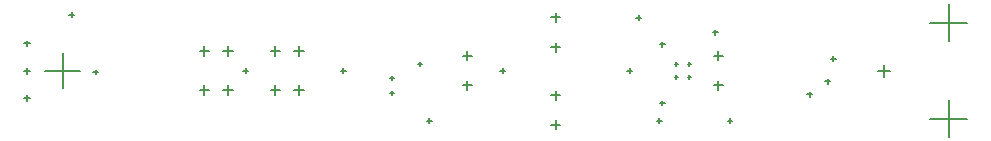
<source format=gbr>
%FSTAX23Y23*%
%MOMM*%
%SFA1B1*%

%IPPOS*%
%ADD56C,0.127000*%
%LNmicamp_drillmap_1-1*%
%LPD*%
G54D56*
X23599Y09649D02*
X24399D01*
X23999Y09249D02*
Y10049D01*
X21599Y09649D02*
X22399D01*
X21999Y09249D02*
Y10049D01*
X17599Y09649D02*
X18399D01*
X17999Y09249D02*
Y10049D01*
X15599Y09649D02*
X16399D01*
X15999Y09249D02*
Y10049D01*
X15599Y0635D02*
X16399D01*
X15999Y05949D02*
Y06749D01*
X17599Y0635D02*
X18399D01*
X17999Y05949D02*
Y06749D01*
X21599Y0635D02*
X22399D01*
X21999Y05949D02*
Y06749D01*
X23599Y0635D02*
X24399D01*
X23999Y05949D02*
Y06749D01*
X00749Y05699D02*
X01249D01*
X00999Y05449D02*
Y05949D01*
X00749Y07999D02*
X01249D01*
X00999Y07749D02*
Y08249D01*
X00749Y10299D02*
X01249D01*
X00999Y10049D02*
Y10549D01*
X77449Y03939D02*
X80549D01*
X78999Y02389D02*
Y05489D01*
X77449Y12059D02*
X80549D01*
X78999Y10509D02*
Y13609D01*
X72999Y07999D02*
X73999D01*
X73499Y07499D02*
Y08499D01*
X37868Y06749D02*
X3863D01*
X38249Y06368D02*
Y0713D01*
X37868Y09249D02*
X3863D01*
X38249Y08868D02*
Y0963D01*
X45368Y12499D02*
X4613D01*
X45749Y12118D02*
Y1288D01*
X45368Y09999D02*
X4613D01*
X45749Y09618D02*
Y1038D01*
X45368Y05899D02*
X4613D01*
X45749Y05518D02*
Y0628D01*
X45368Y03399D02*
X4613D01*
X45749Y03018D02*
Y0378D01*
X59118Y09249D02*
X5988D01*
X59499Y08868D02*
Y0963D01*
X59118Y06749D02*
X5988D01*
X59499Y06368D02*
Y0713D01*
X02499Y07999D02*
X05499D01*
X03999Y06499D02*
Y09499D01*
X55799Y07449D02*
X56099D01*
X55949Y07299D02*
Y07599D01*
X55799Y08549D02*
X56099D01*
X55949Y08399D02*
Y08699D01*
X56899Y07449D02*
X57199D01*
X57049Y07299D02*
Y07599D01*
X56899Y08549D02*
X57199D01*
X57049Y08399D02*
Y08699D01*
X68549Y07099D02*
X68949D01*
X68749Y06899D02*
Y07299D01*
X69049Y08999D02*
X69449D01*
X69249Y08799D02*
Y09199D01*
X67049Y05999D02*
X67449D01*
X67249Y05799D02*
Y06199D01*
X34824Y03774D02*
X35224D01*
X35024Y03574D02*
Y03974D01*
X04549Y12749D02*
X04949D01*
X04749Y12549D02*
Y12949D01*
X60299Y03749D02*
X60699D01*
X60499Y03549D02*
Y03949D01*
X34049Y08549D02*
X34449D01*
X34249Y08349D02*
Y08749D01*
X41049Y07999D02*
X41449D01*
X41249Y07799D02*
Y08199D01*
X27549Y07999D02*
X27949D01*
X27749Y07799D02*
Y08199D01*
X51799Y07999D02*
X52199D01*
X51999Y07799D02*
Y08199D01*
X59049Y11249D02*
X59449D01*
X59249Y11049D02*
Y11449D01*
X54549Y10224D02*
X54949D01*
X54749Y10024D02*
Y10424D01*
X54549Y05249D02*
X54949D01*
X54749Y05049D02*
Y05449D01*
X52574Y12474D02*
X52974D01*
X52774Y12274D02*
Y12674D01*
X54299Y03749D02*
X54699D01*
X54499Y03549D02*
Y03949D01*
X06599Y07874D02*
X06999D01*
X06799Y07674D02*
Y08074D01*
X19299Y07999D02*
X19699D01*
X19499Y07799D02*
Y08199D01*
X31684Y07364D02*
X32084D01*
X31884Y07164D02*
Y07564D01*
X31684Y06094D02*
X32084D01*
X31884Y05894D02*
Y06294D01*
M02*
</source>
